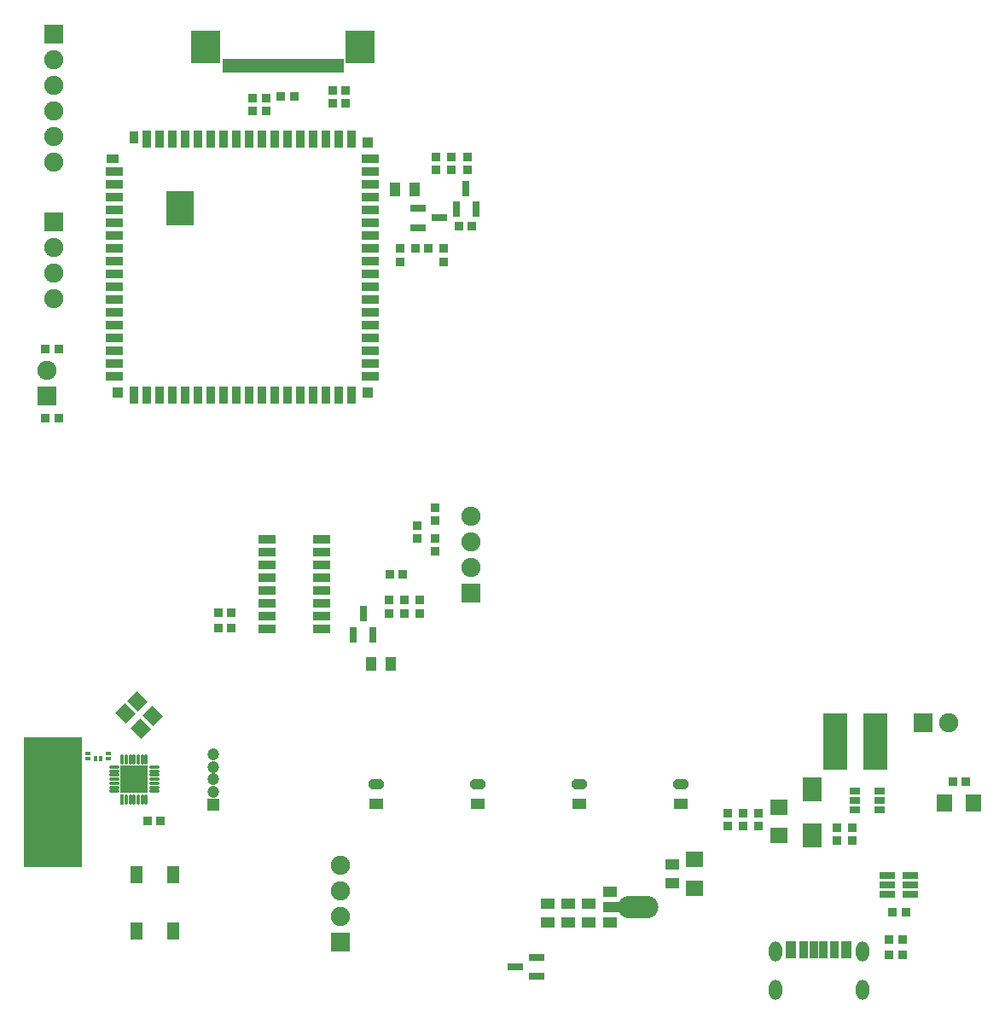
<source format=gts>
G04*
G04 #@! TF.GenerationSoftware,Altium Limited,Altium Designer,21.0.8 (223)*
G04*
G04 Layer_Color=8388736*
%FSLAX25Y25*%
%MOIN*%
G70*
G04*
G04 #@! TF.SameCoordinates,947A2CD8-D87E-4BA2-AADF-D00DD91F1A07*
G04*
G04*
G04 #@! TF.FilePolarity,Negative*
G04*
G01*
G75*
%ADD55R,0.02362X0.01575*%
%ADD56R,0.02362X0.03150*%
%ADD61R,0.22800X0.50700*%
%ADD62R,0.20990X0.01968*%
%ADD63R,0.20890X0.03543*%
%ADD64R,0.01968X0.16535*%
%ADD65R,0.11102X0.01968*%
%ADD66R,0.01948X0.10000*%
%ADD67R,0.11102X0.01968*%
%ADD68R,0.01968X0.09449*%
%ADD69R,0.01968X0.09800*%
%ADD70R,0.01968X0.09055*%
%ADD71R,0.16221X0.01968*%
%ADD72R,0.01981X0.05524*%
%ADD73R,0.06699X0.03550*%
%ADD74R,0.03550X0.06699*%
%ADD75R,0.11430X0.12611*%
%ADD76R,0.03800X0.03800*%
%ADD77R,0.03800X0.03800*%
%ADD78R,0.01981X0.01784*%
%ADD79R,0.01784X0.01981*%
%ADD80R,0.10800X0.10800*%
%ADD81R,0.04343X0.03162*%
%ADD82R,0.06312X0.03162*%
%ADD83R,0.07000X0.06300*%
%ADD84R,0.03950X0.06700*%
%ADD85R,0.06300X0.07000*%
%ADD86R,0.05800X0.04202*%
%ADD87R,0.05800X0.04300*%
G04:AMPARAMS|DCode=88|XSize=59.18mil|YSize=55.24mil|CornerRadius=0mil|HoleSize=0mil|Usage=FLASHONLY|Rotation=135.000|XOffset=0mil|YOffset=0mil|HoleType=Round|Shape=Rectangle|*
%AMROTATEDRECTD88*
4,1,4,0.04046,-0.00139,0.00139,-0.04046,-0.04046,0.00139,-0.00139,0.04046,0.04046,-0.00139,0.0*
%
%ADD88ROTATEDRECTD88*%

%ADD89R,0.04300X0.05800*%
%ADD90R,0.06804X0.03556*%
%ADD91R,0.04737X0.07099*%
%ADD92R,0.04337X0.04337*%
%ADD93R,0.10900X0.13400*%
%ADD94R,0.03550X0.05124*%
%ADD95R,0.03790X0.06700*%
%ADD96O,0.01587X0.03950*%
%ADD97R,0.05918X0.03162*%
%ADD98R,0.03162X0.05918*%
%ADD99R,0.09265X0.22453*%
%ADD100R,0.07690X0.09461*%
%ADD101R,0.10800X0.04200*%
%ADD102O,0.15800X0.08800*%
%ADD103R,0.05124X0.03550*%
%ADD104O,0.03950X0.01587*%
%ADD105R,0.01587X0.03950*%
%ADD106R,0.03560X0.06700*%
G04:AMPARAMS|DCode=107|XSize=58mil|YSize=43mil|CornerRadius=0mil|HoleSize=0mil|Usage=FLASHONLY|Rotation=180.000|XOffset=0mil|YOffset=0mil|HoleType=Round|Shape=Octagon|*
%AMOCTAGOND107*
4,1,8,-0.02900,0.01075,-0.02900,-0.01075,-0.01825,-0.02150,0.01825,-0.02150,0.02900,-0.01075,0.02900,0.01075,0.01825,0.02150,-0.01825,0.02150,-0.02900,0.01075,0.0*
%
%ADD107OCTAGOND107*%

%ADD108C,0.07493*%
%ADD109R,0.07493X0.07493*%
%ADD110O,0.05131X0.07882*%
%ADD111C,0.04737*%
%ADD112R,0.07493X0.07493*%
%ADD113R,0.04737X0.04737*%
D55*
X21000Y95900D02*
D03*
D56*
Y101738D02*
D03*
D61*
X11400Y78950D02*
D03*
D62*
X11702Y95862D02*
D03*
D63*
X11752Y101765D02*
D03*
D64*
X1133Y95270D02*
D03*
D65*
X6951Y87988D02*
D03*
X6958Y71836D02*
D03*
Y63174D02*
D03*
D66*
X11537Y83617D02*
D03*
D67*
X6960Y79325D02*
D03*
D68*
X1132Y75585D02*
D03*
D69*
X11518Y67872D02*
D03*
D70*
X1133Y59640D02*
D03*
D71*
X9519Y56097D02*
D03*
D72*
X84472Y366500D02*
D03*
X96284D02*
D03*
X121874D02*
D03*
X123843D02*
D03*
X82504D02*
D03*
X86441D02*
D03*
X117937D02*
D03*
X114000D02*
D03*
X98252D02*
D03*
X80535D02*
D03*
X88409D02*
D03*
X90378D02*
D03*
X92347D02*
D03*
X94315D02*
D03*
X100221D02*
D03*
X102189D02*
D03*
X104157D02*
D03*
X106126D02*
D03*
X108095D02*
D03*
X110063D02*
D03*
X112031D02*
D03*
X115969D02*
D03*
X119905D02*
D03*
X78567D02*
D03*
D73*
X135409Y265272D02*
D03*
Y270272D02*
D03*
Y275272D02*
D03*
Y310272D02*
D03*
Y305272D02*
D03*
Y290272D02*
D03*
Y300272D02*
D03*
Y285272D02*
D03*
Y280272D02*
D03*
X35409Y325272D02*
D03*
Y320272D02*
D03*
Y310272D02*
D03*
Y315272D02*
D03*
Y305272D02*
D03*
Y245272D02*
D03*
Y250272D02*
D03*
Y255272D02*
D03*
Y260272D02*
D03*
Y265272D02*
D03*
Y270272D02*
D03*
Y275272D02*
D03*
Y280272D02*
D03*
Y290272D02*
D03*
Y285272D02*
D03*
Y295272D02*
D03*
Y300272D02*
D03*
X135409Y330272D02*
D03*
Y325272D02*
D03*
Y320272D02*
D03*
Y315272D02*
D03*
Y245272D02*
D03*
Y250272D02*
D03*
Y255272D02*
D03*
Y260272D02*
D03*
Y295272D02*
D03*
D74*
X52909Y337772D02*
D03*
X47909D02*
D03*
X57910D02*
D03*
X62910D02*
D03*
X67909D02*
D03*
X72909D02*
D03*
X77909D02*
D03*
X82910D02*
D03*
X87910D02*
D03*
X92909D02*
D03*
X97909D02*
D03*
X102909D02*
D03*
X107909D02*
D03*
X112909D02*
D03*
X117909D02*
D03*
X122909D02*
D03*
X127909D02*
D03*
X42909Y237772D02*
D03*
X47909D02*
D03*
X52909D02*
D03*
X62910D02*
D03*
X57910D02*
D03*
X67909D02*
D03*
X127909D02*
D03*
X122909D02*
D03*
X117909D02*
D03*
X112909D02*
D03*
X107909D02*
D03*
X102909D02*
D03*
X97909D02*
D03*
X92909D02*
D03*
X82910D02*
D03*
X87910D02*
D03*
X77909D02*
D03*
X72909D02*
D03*
D75*
X70969Y373823D02*
D03*
X131441D02*
D03*
D76*
X105559Y354500D02*
D03*
X100441D02*
D03*
X89441Y354000D02*
D03*
X94559D02*
D03*
X89441Y348900D02*
D03*
X94559D02*
D03*
X368110Y87008D02*
D03*
X344488Y35827D02*
D03*
X338102Y19370D02*
D03*
X13559Y229000D02*
D03*
X75959Y153041D02*
D03*
X148059Y168000D02*
D03*
X53359Y71500D02*
D03*
X158059Y295200D02*
D03*
X338121Y25329D02*
D03*
X75941Y147000D02*
D03*
X48241Y71500D02*
D03*
X362992Y87008D02*
D03*
X174959Y303900D02*
D03*
X152941Y295200D02*
D03*
X339370Y35827D02*
D03*
X343239Y25329D02*
D03*
X343220Y19370D02*
D03*
X169841Y303900D02*
D03*
X8441Y229000D02*
D03*
X13559Y256000D02*
D03*
X8441D02*
D03*
X81077Y153041D02*
D03*
X142941Y168000D02*
D03*
X81059Y147000D02*
D03*
D77*
X120500Y351941D02*
D03*
Y357059D02*
D03*
X125700Y351941D02*
D03*
Y357059D02*
D03*
X275000Y74571D02*
D03*
X281000D02*
D03*
X287000D02*
D03*
X323607Y63941D02*
D03*
X164000Y290082D02*
D03*
X147000Y290041D02*
D03*
X142500Y157859D02*
D03*
X167100Y331059D02*
D03*
X173300Y331059D02*
D03*
X160900Y331059D02*
D03*
X164000Y295200D02*
D03*
X317606Y63941D02*
D03*
X275000Y69453D02*
D03*
X281000D02*
D03*
X287000D02*
D03*
X160900Y325941D02*
D03*
X173300Y325941D02*
D03*
X167100Y325941D02*
D03*
X148500Y157859D02*
D03*
Y152741D02*
D03*
X317606Y69059D02*
D03*
X323607Y69059D02*
D03*
X147000Y295159D02*
D03*
X142500Y152741D02*
D03*
X154500Y157859D02*
D03*
Y152741D02*
D03*
X160500Y182059D02*
D03*
Y176941D02*
D03*
X153500Y187059D02*
D03*
Y181941D02*
D03*
X160500Y194059D02*
D03*
Y188941D02*
D03*
D78*
X33000Y95915D02*
D03*
Y97884D02*
D03*
X25000Y95915D02*
D03*
Y97884D02*
D03*
D79*
X28000Y95915D02*
D03*
X29969D02*
D03*
D80*
X43075Y87874D02*
D03*
D81*
X324776Y79500D02*
D03*
X334224Y75760D02*
D03*
Y79500D02*
D03*
X324776Y83240D02*
D03*
Y75760D02*
D03*
X334224Y83240D02*
D03*
D82*
X346472Y46524D02*
D03*
X337417Y50264D02*
D03*
X346472D02*
D03*
Y42783D02*
D03*
X337417Y46524D02*
D03*
Y42783D02*
D03*
D83*
X295000Y77012D02*
D03*
X262000Y56512D02*
D03*
X295000Y65791D02*
D03*
X262000Y45291D02*
D03*
D84*
X321324Y21276D02*
D03*
X299675D02*
D03*
D85*
X370866Y78740D02*
D03*
X359646D02*
D03*
D86*
X229106Y44000D02*
D03*
Y32000D02*
D03*
D87*
X204500Y39241D02*
D03*
X212500D02*
D03*
X220500D02*
D03*
X253150Y54724D02*
D03*
X204500Y31760D02*
D03*
X212500D02*
D03*
X220500D02*
D03*
X253150Y47244D02*
D03*
X256500Y78409D02*
D03*
X216834D02*
D03*
X177167D02*
D03*
X137500D02*
D03*
D88*
X45557Y107711D02*
D03*
X44443Y118289D02*
D03*
X39711Y113557D02*
D03*
X50289Y112443D02*
D03*
D89*
X143240Y133000D02*
D03*
X135760Y133000D02*
D03*
X145060Y318300D02*
D03*
X152540Y318300D02*
D03*
D90*
X94823Y181500D02*
D03*
X94823Y176500D02*
D03*
X94823Y156500D02*
D03*
X116177Y146500D02*
D03*
X94823D02*
D03*
X116177Y151500D02*
D03*
Y156500D02*
D03*
Y161500D02*
D03*
Y166500D02*
D03*
Y171500D02*
D03*
Y176500D02*
D03*
Y181500D02*
D03*
X94823Y171500D02*
D03*
X94823Y166500D02*
D03*
X94823Y161500D02*
D03*
X94823Y151500D02*
D03*
D91*
X43898Y50524D02*
D03*
Y28476D02*
D03*
X58464Y50524D02*
D03*
Y28476D02*
D03*
D92*
X36591Y238953D02*
D03*
X134228Y336591D02*
D03*
Y238953D02*
D03*
D93*
X61000Y311000D02*
D03*
D94*
X42909Y338559D02*
D03*
D95*
X316484Y21276D02*
D03*
X304515D02*
D03*
D96*
X44650Y80000D02*
D03*
X38350Y95748D02*
D03*
X39925D02*
D03*
X43075D02*
D03*
X41500D02*
D03*
X46224D02*
D03*
X47799Y95748D02*
D03*
X44650D02*
D03*
X47799Y80000D02*
D03*
X46224D02*
D03*
X41500D02*
D03*
X43075D02*
D03*
X39925D02*
D03*
D97*
X200197Y18307D02*
D03*
X191929Y14567D02*
D03*
X200197Y10827D02*
D03*
X162234Y307100D02*
D03*
X153966Y303360D02*
D03*
X153966Y310840D02*
D03*
D98*
X136240Y144366D02*
D03*
X176493Y310442D02*
D03*
X172753Y318710D02*
D03*
X169013Y310442D02*
D03*
X132500Y152634D02*
D03*
X128760Y144366D02*
D03*
D99*
X332677Y102756D02*
D03*
X316929D02*
D03*
D100*
X308000Y65945D02*
D03*
Y84055D02*
D03*
D101*
X231606Y38000D02*
D03*
D102*
X240000D02*
D03*
D103*
X34622Y330272D02*
D03*
D104*
X50949Y84724D02*
D03*
X35201D02*
D03*
Y89449D02*
D03*
Y92598D02*
D03*
Y91024D02*
D03*
Y86299D02*
D03*
Y87874D02*
D03*
Y83150D02*
D03*
X50949D02*
D03*
Y87874D02*
D03*
Y86299D02*
D03*
Y91024D02*
D03*
Y92598D02*
D03*
Y89449D02*
D03*
D105*
X38350Y80000D02*
D03*
D106*
X312470Y21276D02*
D03*
X308529D02*
D03*
D107*
X256500Y85889D02*
D03*
X216834D02*
D03*
X177167D02*
D03*
X137500D02*
D03*
D108*
X361453Y110000D02*
D03*
X123500Y54370D02*
D03*
X11500Y329000D02*
D03*
Y275500D02*
D03*
X174500Y170500D02*
D03*
X123500Y44370D02*
D03*
Y34370D02*
D03*
X11500Y369000D02*
D03*
Y359000D02*
D03*
Y349000D02*
D03*
Y339000D02*
D03*
X9000Y247500D02*
D03*
X11500Y285500D02*
D03*
Y295500D02*
D03*
X174500Y190500D02*
D03*
Y180500D02*
D03*
D109*
X351453Y110000D02*
D03*
X123500Y24370D02*
D03*
X9000Y237500D02*
D03*
D110*
X327509Y20685D02*
D03*
X293493D02*
D03*
X327509Y5725D02*
D03*
X293493D02*
D03*
D111*
X74000Y82839D02*
D03*
Y97603D02*
D03*
Y92682D02*
D03*
Y87761D02*
D03*
D112*
X11500Y379000D02*
D03*
Y305500D02*
D03*
X174500Y160500D02*
D03*
D113*
X74000Y77918D02*
D03*
M02*

</source>
